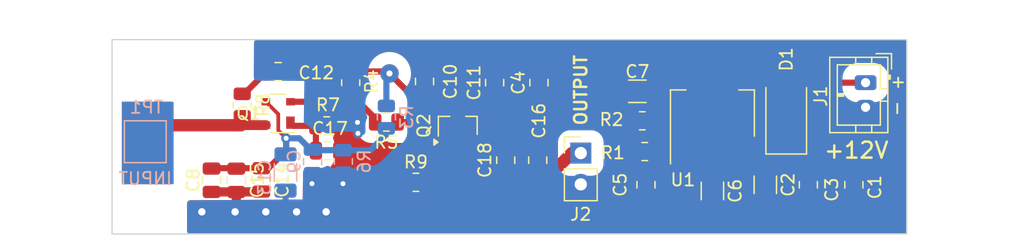
<source format=kicad_pcb>
(kicad_pcb (version 20241229) (generator "pcbnew") (generator_version "9.0")
  (layers (0 "F.Cu" signal) (2 "B.Cu" signal) (13 "F.Paste" user) (15 "B.Paste" user) (5 "F.SilkS" user "F.Silkscreen") (7 "B.SilkS" user "B.Silkscreen") (1 "F.Mask" user) (3 "B.Mask" user) (25 "Edge.Cuts" user))
  (net 0 "")
  (net 1 "GND")
  (net 2 "+12V")
  (net 3 "+8V")
  (net 4 "+10V")
  (net 5 "Net-(U1-ADJ)")
  (net 6 "Net-(Q1-G1)")
  (net 7 "Net-(J2-Pin_1)")
  (net 8 "Net-(Q2-E)")
  (net 9 "Net-(Q1-S)")
  (net 10 "Net-(Q1-D)")
  (net 11 "Net-(Q1-G2)")
  (net 12 "Net-(Q2-B)")
  (footprint "Capacitor_SMD:C_1206_3216Metric" (layer "F.Cu") (at 98.6 95.8 180)
    (property "Reference" "C7" (at 0 1.6 0) (layer "F.SilkS"))
    (property "Value" "22u")
    (fp_line (start -0.711252 0.91) (end 0.711252 0.91) (stroke (width 0.12)) (layer "F.SilkS"))
    (fp_line (start -0.711252 -0.91) (end 0.711252 -0.91) (stroke (width 0.12)) (layer "F.SilkS"))
    (pad "1" smd roundrect (at -1.475 0 180) (size 1.15 1.8) (layers "F.Cu" "F.Mask" "F.Paste") (roundrect_rratio 0.2173913043) (net 5 "Net-(U1-ADJ)"))
    (pad "2" smd roundrect (at 1.475 0 180) (size 1.15 1.8) (layers "F.Cu" "F.Mask" "F.Paste") (roundrect_rratio 0.2173913043) (net 1 "GND"))
  )
  (footprint "Resistor_SMD:R_0805_2012Metric" (layer "F.Cu") (at 78.2 98.3 180)
    (property "Reference" "R5" (at 0 -1.65 0) (layer "F.SilkS"))
    (property "Value" "22")
    (fp_line (start -0.227064 0.735) (end 0.227064 0.735) (stroke (width 0.12)) (layer "F.SilkS"))
    (fp_line (start -0.227064 -0.735) (end 0.227064 -0.735) (stroke (width 0.12)) (layer "F.SilkS"))
    (pad "1" smd roundrect (at -0.9125 0 180) (size 1.025 1.4) (layers "F.Cu" "F.Mask" "F.Paste") (roundrect_rratio 0.243902439) (net 12 "Net-(Q2-B)"))
    (pad "2" smd roundrect (at 0.9125 0 180) (size 1.025 1.4) (layers "F.Cu" "F.Mask" "F.Paste") (roundrect_rratio 0.243902439) (net 10 "Net-(Q1-D)"))
  )
  (footprint "Capacitor_SMD:C_0805_2012Metric" (layer "F.Cu") (at 87 95.1 90)
    (property "Reference" "C11" (at 0 -1.68 90) (layer "F.SilkS"))
    (property "Value" "100n")
    (fp_line (start -0.261252 -0.735) (end 0.261252 -0.735) (stroke (width 0.12)) (layer "F.SilkS"))
    (fp_line (start -0.261252 0.735) (end 0.261252 0.735) (stroke (width 0.12)) (layer "F.SilkS"))
    (pad "1" smd roundrect (at -0.95 0 90) (size 1 1.45) (layers "F.Cu" "F.Mask" "F.Paste") (net 3 "+8V"))
    (pad "2" smd roundrect (at 0.95 0 90) (size 1 1.45) (layers "F.Cu" "F.Mask" "F.Paste") (net 1 "GND"))
  )
  (footprint "Package_TO_SOT_SMD:SOT-223-3_TabPin2" (layer "F.Cu") (at 104.7 97.6 90)
    (property "Reference" "U1" (at -5.4 -2.4 0) (layer "F.SilkS"))
    (property "Value" "AMS1117")
    (fp_line (start 1.91 -3.41) (end 1.91 -2.15) (stroke (width 0.12)) (layer "F.SilkS"))
    (fp_line (start -4.1 -3.41) (end 1.91 -3.41) (stroke (width 0.12)) (layer "F.SilkS"))
    (fp_line (start 1.91 3.41) (end 1.91 2.15) (stroke (width 0.12)) (layer "F.SilkS"))
    (fp_line (start -1.85 3.41) (end 1.91 3.41) (stroke (width 0.12)) (layer "F.SilkS"))
    (pad "1" smd rect (at -3.15 -2.3 90) (size 2 1.5) (layers "F.Cu" "F.Mask" "F.Paste") (net 5 "Net-(U1-ADJ)"))
    (pad "2" smd rect (at -3.15 0 90) (size 2 1.5) (layers "F.Cu" "F.Mask" "F.Paste") (net 3 "+8V"))
    (pad "2" smd rect (at 3.15 0 90) (size 2 3.8) (layers "F.Cu" "F.Mask" "F.Paste") (net 3 "+8V"))
    (pad "3" smd rect (at -3.15 2.3 90) (size 2 1.5) (layers "F.Cu" "F.Mask" "F.Paste") (net 4 "+10V"))
  )
  (footprint "Capacitor_SMD:C_0805_2012Metric" (layer "F.Cu") (at 73.42 100.63)
    (property "Reference" "C17" (at 0.2 -1.8 0) (layer "F.SilkS"))
    (property "Value" "10n")
    (fp_line (start -0.261252 -0.735) (end 0.261252 -0.735) (stroke (width 0.12)) (layer "F.SilkS"))
    (fp_line (start -0.261252 0.735) (end 0.261252 0.735) (stroke (width 0.12)) (layer "F.SilkS"))
    (pad "1" smd roundrect (at -0.95 0) (size 1 1.45) (layers "F.Cu" "F.Mask" "F.Paste") (net 9 "Net-(Q1-S)"))
    (pad "2" smd roundrect (at 0.95 0) (size 1 1.45) (layers "F.Cu" "F.Mask" "F.Paste") (net 1 "GND"))
  )
  (footprint "Capacitor_SMD:C_0805_2012Metric" (layer "F.Cu") (at 63.99 103.03 -90)
    (property "Reference" "C8" (at 0 1.5 90) (layer "F.SilkS"))
    (property "Value" "10n")
    (fp_line (start -0.261252 0.735) (end 0.261252 0.735) (stroke (width 0.12)) (layer "F.SilkS"))
    (fp_line (start -0.261252 -0.735) (end 0.261252 -0.735) (stroke (width 0.12)) (layer "F.SilkS"))
    (pad "1" smd roundrect (at -0.95 0 270) (size 1 1.45) (layers "F.Cu" "F.Mask" "F.Paste") (net 11 "Net-(Q1-G2)"))
    (pad "2" smd roundrect (at 0.95 0 270) (size 1 1.45) (layers "F.Cu" "F.Mask" "F.Paste") (net 1 "GND"))
  )
  (footprint "Resistor_SMD:R_0805_2012Metric" (layer "F.Cu") (at 75.3 95.1 90)
    (property "Reference" "R4" (at 0.1 1.7 90) (layer "F.SilkS"))
    (property "Value" "1k3")
    (fp_line (start -0.227064 -0.735) (end 0.227064 -0.735) (stroke (width 0.12)) (layer "F.SilkS"))
    (fp_line (start -0.227064 0.735) (end 0.227064 0.735) (stroke (width 0.12)) (layer "F.SilkS"))
    (pad "1" smd roundrect (at -0.9125 0 90) (size 1.025 1.4) (layers "F.Cu" "F.Mask" "F.Paste") (roundrect_rratio 0.243902439) (net 10 "Net-(Q1-D)"))
    (pad "2" smd roundrect (at 0.9125 0 90) (size 1.025 1.4) (layers "F.Cu" "F.Mask" "F.Paste") (roundrect_rratio 0.243902439) (net 3 "+8V"))
  )
  (footprint "Package_TO_SOT_SMD:SOT-143" (layer "F.Cu") (at 69.4 97.6 180)
    (property "Reference" "Q1" (at 2.4 0 180) (layer "F.SilkS"))
    (property "Value" "BF994S")
    (fp_line (start 0.65 -1.56) (end -1.35 -1.56) (stroke (width 0.12)) (layer "F.SilkS"))
    (fp_line (start -0.65 1.56) (end 0.65 1.56) (stroke (width 0.12)) (layer "F.SilkS"))
    (pad "1" smd rect (at -1 -0.75 180) (size 0.7 1) (layers "F.Cu" "F.Mask" "F.Paste") (net 9 "Net-(Q1-S)"))
    (pad "2" smd rect (at -1 0.95 180) (size 0.7 0.6) (layers "F.Cu" "F.Mask" "F.Paste") (net 10 "Net-(Q1-D)"))
    (pad "3" smd rect (at 1 0.95 180) (size 0.7 0.6) (layers "F.Cu" "F.Mask" "F.Paste") (net 11 "Net-(Q1-G2)"))
    (pad "4" smd rect (at 1 -0.95 180) (size 0.7 0.6) (layers "F.Cu" "F.Mask" "F.Paste") (net 6 "Net-(Q1-G1)"))
  )
  (footprint "Capacitor_SMD:C_0805_2012Metric" (layer "F.Cu") (at 116.2 103.4 -90)
    (property "Reference" "C1" (at 0.2 -1.7 90) (layer "F.SilkS"))
    (property "Value" "100n")
    (fp_line (start -0.261252 0.735) (end 0.261252 0.735) (stroke (width 0.12)) (layer "F.SilkS"))
    (fp_line (start -0.261252 -0.735) (end 0.261252 -0.735) (stroke (width 0.12)) (layer "F.SilkS"))
    (pad "1" smd roundrect (at -0.95 0 270) (size 1 1.45) (layers "F.Cu" "F.Mask" "F.Paste") (net 2 "+12V"))
    (pad "2" smd roundrect (at 0.95 0 270) (size 1 1.45) (layers "F.Cu" "F.Mask" "F.Paste") (net 1 "GND"))
  )
  (footprint "Capacitor_SMD:C_0805_2012Metric" (layer "F.Cu") (at 87.9 101.4 -90)
    (property "Reference" "C18" (at 0 1.7 270) (layer "F.SilkS"))
    (property "Value" "330n")
    (fp_line (start -0.261252 0.735) (end 0.261252 0.735) (stroke (width 0.12)) (layer "F.SilkS"))
    (fp_line (start -0.261252 -0.735) (end 0.261252 -0.735) (stroke (width 0.12)) (layer "F.SilkS"))
    (pad "1" smd roundrect (at -0.95 0 270) (size 1 1.45) (layers "F.Cu" "F.Mask" "F.Paste") (net 8 "Net-(Q2-E)"))
    (pad "2" smd roundrect (at 0.95 0 270) (size 1 1.45) (layers "F.Cu" "F.Mask" "F.Paste") (net 7 "Net-(J2-Pin_1)"))
  )
  (footprint "Connector_PinHeader_2.54mm:PinHeader_1x02_P2.54mm_Vertical" (layer "F.Cu") (at 94 100.825)
    (property "Reference" "J2" (at 0 4.975 0) (layer "F.SilkS"))
    (property "Value" "Conn_01x02_Female")
    (fp_line (start -1.33 -1.33) (end 0 -1.33) (stroke (width 0.12)) (layer "F.SilkS"))
    (fp_line (start -1.33 0) (end -1.33 -1.33) (stroke (width 0.12)) (layer "F.SilkS"))
    (fp_line (start -1.33 1.27) (end -1.33 3.87) (stroke (width 0.12)) (layer "F.SilkS"))
    (fp_line (start -1.33 1.27) (end 1.33 1.27) (stroke (width 0.12)) (layer "F.SilkS"))
    (fp_line (start -1.33 3.87) (end 1.33 3.87) (stroke (width 0.12)) (layer "F.SilkS"))
    (fp_line (start 1.33 1.27) (end 1.33 3.87) (stroke (width 0.12)) (layer "F.SilkS"))
    (pad "1" thru_hole rect (at 0 0) (size 1.7 1.7) (drill 1) (layers "*.Cu" "*.Mask") (net 7 "Net-(J2-Pin_1)"))
    (pad "2" thru_hole oval (at 0 2.54) (size 1.7 1.7) (drill 1) (layers "*.Cu" "*.Mask") (net 1 "GND"))
  )
  (footprint "Capacitor_SMD:C_0805_2012Metric" (layer "F.Cu") (at 69.4 94.2 180)
    (property "Reference" "C12" (at -3.1 -0.1 0) (layer "F.SilkS"))
    (property "Value" "1n")
    (fp_line (start -0.261252 0.735) (end 0.261252 0.735) (stroke (width 0.12)) (layer "F.SilkS"))
    (fp_line (start -0.261252 -0.735) (end 0.261252 -0.735) (stroke (width 0.12)) (layer "F.SilkS"))
    (pad "1" smd roundrect (at -0.95 0 180) (size 1 1.45) (layers "F.Cu" "F.Mask" "F.Paste") (net 3 "+8V"))
    (pad "2" smd roundrect (at 0.95 0 180) (size 1 1.45) (layers "F.Cu" "F.Mask" "F.Paste") (net 1 "GND"))
  )
  (footprint "Capacitor_SMD:C_0805_2012Metric" (layer "F.Cu") (at 99.3 103.4 -90)
    (property "Reference" "C5" (at 0 2.1 90) (layer "F.SilkS"))
    (property "Value" "100n")
    (fp_line (start -0.261252 0.735) (end 0.261252 0.735) (stroke (width 0.12)) (layer "F.SilkS"))
    (fp_line (start -0.261252 -0.735) (end 0.261252 -0.735) (stroke (width 0.12)) (layer "F.SilkS"))
    (pad "1" smd roundrect (at -0.95 0 270) (size 1 1.45) (layers "F.Cu" "F.Mask" "F.Paste") (net 3 "+8V"))
    (pad "2" smd roundrect (at 0.95 0 270) (size 1 1.45) (layers "F.Cu" "F.Mask" "F.Paste") (net 1 "GND"))
  )
  (footprint "Capacitor_SMD:C_1206_3216Metric" (layer "F.Cu") (at 109 103.4 -90)
    (property "Reference" "C2" (at 0 -1.85 270) (layer "F.SilkS"))
    (property "Value" "1u")
    (fp_line (start -0.711252 0.91) (end 0.711252 0.91) (stroke (width 0.12)) (layer "F.SilkS"))
    (fp_line (start -0.711252 -0.91) (end 0.711252 -0.91) (stroke (width 0.12)) (layer "F.SilkS"))
    (pad "1" smd roundrect (at -1.475 0 270) (size 1.15 1.8) (layers "F.Cu" "F.Mask" "F.Paste") (roundrect_rratio 0.2173913043) (net 4 "+10V"))
    (pad "2" smd roundrect (at 1.475 0 270) (size 1.15 1.8) (layers "F.Cu" "F.Mask" "F.Paste") (roundrect_rratio 0.2173913043) (net 1 "GND"))
  )
  (footprint "Connector_JST:JST_PH_B2B-PH-K_1x02_P2.00mm_Vertical" (layer "F.Cu") (at 117.15 95.1 -90)
    (property "Reference" "J1" (at 1.1 3.65 90) (layer "F.SilkS"))
    (property "Value" "Conn_01x02_Female")
    (fp_line (start -2.06 2.91) (end 4.06 2.91) (stroke (width 0.12)) (layer "F.SilkS"))
    (fp_line (start 4.06 2.91) (end 4.06 -1.81) (stroke (width 0.12)) (layer "F.SilkS"))
    (fp_line (start -1.45 2.3) (end 3.45 2.3) (stroke (width 0.12)) (layer "F.SilkS"))
    (fp_line (start 0.9 2.3) (end 0.9 1.8) (stroke (width 0.12)) (layer "F.SilkS"))
    (fp_line (start 1 2.3) (end 1 1.8) (stroke (width 0.12)) (layer "F.SilkS"))
    (fp_line (start 3.45 2.3) (end 3.45 -1.2) (stroke (width 0.12)) (layer "F.SilkS"))
    (fp_line (start 0.9 1.8) (end 1.1 1.8) (stroke (width 0.12)) (layer "F.SilkS"))
    (fp_line (start 1.1 1.8) (end 1.1 2.3) (stroke (width 0.12)) (layer "F.SilkS"))
    (fp_line (start -2.06 0.8) (end -1.45 0.8) (stroke (width 0.12)) (layer "F.SilkS"))
    (fp_line (start 4.06 0.8) (end 3.45 0.8) (stroke (width 0.12)) (layer "F.SilkS"))
    (fp_line (start -2.06 -0.5) (end -1.45 -0.5) (stroke (width 0.12)) (layer "F.SilkS"))
    (fp_line (start 4.06 -0.5) (end 3.45 -0.5) (stroke (width 0.12)) (layer "F.SilkS"))
    (fp_line (start -1.45 -1.2) (end -1.45 2.3) (stroke (width 0.12)) (layer "F.SilkS"))
    (fp_line (start 0.5 -1.2) (end -1.45 -1.2) (stroke (width 0.12)) (layer "F.SilkS"))
    (fp_line (start 1.5 -1.2) (end 1.5 -1.81) (stroke (width 0.12)) (layer "F.SilkS"))
    (fp_line (start 3.45 -1.2) (end 1.5 -1.2) (stroke (width 0.12)) (layer "F.SilkS"))
    (fp_line (start -2.06 -1.81) (end -2.06 2.91) (stroke (width 0.12)) (layer "F.SilkS"))
    (fp_line (start -0.3 -1.81) (end -0.3 -2.01) (stroke (width 0.12)) (layer "F.SilkS"))
    (fp_line (start 0.5 -1.81) (end 0.5 -1.2) (stroke (width 0.12)) (layer "F.SilkS"))
    (fp_line (start 4.06 -1.81) (end -2.06 -1.81) (stroke (width 0.12)) (layer "F.SilkS"))
    (fp_line (start -0.3 -1.91) (end -0.6 -1.91) (stroke (width 0.12)) (layer "F.SilkS"))
    (fp_line (start -0.6 -2.01) (end -0.6 -1.81) (stroke (width 0.12)) (layer "F.SilkS"))
    (fp_line (start -0.3 -2.01) (end -0.6 -2.01) (stroke (width 0.12)) (layer "F.SilkS"))
    (fp_line (start -2.36 -2.11) (end -2.36 -0.86) (stroke (width 0.12)) (layer "F.SilkS"))
    (fp_line (start -1.11 -2.11) (end -2.36 -2.11) (stroke (width 0.12)) (layer "F.SilkS"))
    (pad "1" thru_hole roundrect (at 0 0 270) (size 1.2 1.75) (drill 0.75) (layers "*.Cu" "*.Mask") (roundrect_rratio 0.2083333333) (net 2 "+12V"))
    (pad "2" thru_hole oval (at 2 0 270) (size 1.2 1.75) (drill 0.75) (layers "*.Cu" "*.Mask") (net 1 "GND"))
  )
  (footprint "Capacitor_SMD:C_0805_2012Metric" (layer "F.Cu") (at 81.3 95 90)
    (property "Reference" "C10" (at 0 2.1 90) (layer "F.SilkS"))
    (property "Value" "1n")
    (fp_line (start -0.261252 -0.735) (end 0.261252 -0.735) (stroke (width 0.12)) (layer "F.SilkS"))
    (fp_line (start -0.261252 0.735) (end 0.261252 0.735) (stroke (width 0.12)) (layer "F.SilkS"))
    (pad "1" smd roundrect (at -0.95 0 90) (size 1 1.45) (layers "F.Cu" "F.Mask" "F.Paste") (net 3 "+8V"))
    (pad "2" smd roundrect (at 0.95 0 90) (size 1 1.45) (layers "F.Cu" "F.Mask" "F.Paste") (net 1 "GND"))
  )
  (footprint "Resistor_SMD:R_0805_2012Metric" (layer "F.Cu") (at 99 98.2 180)
    (property "Reference" "R2" (at 2.5 0.1 0) (layer "F.SilkS"))
    (property "Value" "1k3")
    (fp_line (start -0.227064 0.735) (end 0.227064 0.735) (stroke (width 0.12)) (layer "F.SilkS"))
    (fp_line (start -0.227064 -0.735) (end 0.227064 -0.735) (stroke (width 0.12)) (layer "F.SilkS"))
    (pad "1" smd roundrect (at -0.9125 0 180) (size 1.025 1.4) (layers "F.Cu" "F.Mask" "F.Paste") (roundrect_rratio 0.243902439) (net 5 "Net-(U1-ADJ)"))
    (pad "2" smd roundrect (at 0.9125 0 180) (size 1.025 1.4) (layers "F.Cu" "F.Mask" "F.Paste") (roundrect_rratio 0.243902439) (net 1 "GND"))
  )
  (footprint "Capacitor_SMD:C_0805_2012Metric" (layer "F.Cu") (at 90.6 95.1 90)
    (property "Reference" "C4" (at 0 -1.68 90) (layer "F.SilkS"))
    (property "Value" "4.7u")
    (fp_line (start -0.261252 -0.735) (end 0.261252 -0.735) (stroke (width 0.12)) (layer "F.SilkS"))
    (fp_line (start -0.261252 0.735) (end 0.261252 0.735) (stroke (width 0.12)) (layer "F.SilkS"))
    (pad "1" smd roundrect (at -0.95 0 90) (size 1 1.45) (layers "F.Cu" "F.Mask" "F.Paste") (net 3 "+8V"))
    (pad "2" smd roundrect (at 0.95 0 90) (size 1 1.45) (layers "F.Cu" "F.Mask" "F.Paste") (net 1 "GND"))
  )
  (footprint "Resistor_SMD:R_0805_2012Metric" (layer "F.Cu") (at 66.48 96.92 -90)
    (property "Reference" "R8" (at 0 -1.7 90) (layer "F.SilkS"))
    (property "Value" "10M")
    (fp_line (start -0.227064 0.735) (end 0.227064 0.735) (stroke (width 0.12)) (layer "F.SilkS"))
    (fp_line (start -0.227064 -0.735) (end 0.227064 -0.735) (stroke (width 0.12)) (layer "F.SilkS"))
    (pad "1" smd roundrect (at -0.9125 0 270) (size 1.025 1.4) (layers "F.Cu" "F.Mask" "F.Paste") (roundrect_rratio 0.243902439) (net 1 "GND"))
    (pad "2" smd roundrect (at 0.9125 0 270) (size 1.025 1.4) (layers "F.Cu" "F.Mask" "F.Paste") (roundrect_rratio 0.243902439) (net 6 "Net-(Q1-G1)"))
  )
  (footprint "Resistor_SMD:R_0805_2012Metric" (layer "F.Cu") (at 80.6 103.2)
    (property "Reference" "R9" (at 0 -1.65 0) (layer "F.SilkS"))
    (property "Value" "160")
    (fp_line (start -0.227064 -0.735) (end 0.227064 -0.735) (stroke (width 0.12)) (layer "F.SilkS"))
    (fp_line (start -0.227064 0.735) (end 0.227064 0.735) (stroke (width 0.12)) (layer "F.SilkS"))
    (pad "1" smd roundrect (at -0.9125 0) (size 1.025 1.4) (layers "F.Cu" "F.Mask" "F.Paste") (roundrect_rratio 0.243902439) (net 1 "GND"))
    (pad "2" smd roundrect (at 0.9125 0) (size 1.025 1.4) (layers "F.Cu" "F.Mask" "F.Paste") (roundrect_rratio 0.243902439) (net 8 "Net-(Q2-E)"))
  )
  (footprint "Resistor_SMD:R_0805_2012Metric" (layer "F.Cu") (at 99.2 100.7)
    (property "Reference" "R1" (at -2.6 0.1 0) (layer "F.SilkS"))
    (property "Value" "240")
    (fp_line (start -0.227064 -0.735) (end 0.227064 -0.735) (stroke (width 0.12)) (layer "F.SilkS"))
    (fp_line (start -0.227064 0.735) (end 0.227064 0.735) (stroke (width 0.12)) (layer "F.SilkS"))
    (pad "1" smd roundrect (at -0.9125 0) (size 1.025 1.4) (layers "F.Cu" "F.Mask" "F.Paste") (roundrect_rratio 0.243902439) (net 3 "+8V"))
    (pad "2" smd roundrect (at 0.9125 0) (size 1.025 1.4) (layers "F.Cu" "F.Mask" "F.Paste") (roundrect_rratio 0.243902439) (net 5 "Net-(U1-ADJ)"))
  )
  (footprint "Capacitor_SMD:C_0805_2012Metric" (layer "F.Cu") (at 90.5 101.4 -90)
    (property "Reference" "C16" (at -3.2 -0.1 90) (layer "F.SilkS"))
    (property "Value" "1n")
    (fp_line (start -0.261252 0.735) (end 0.261252 0.735) (stroke (width 0.12)) (layer "F.SilkS"))
    (fp_line (start -0.261252 -0.735) (end 0.261252 -0.735) (stroke (width 0.12)) (layer "F.SilkS"))
    (pad "1" smd roundrect (at -0.95 0 270) (size 1 1.45) (layers "F.Cu" "F.Mask" "F.Paste") (net 8 "Net-(Q2-E)"))
    (pad "2" smd roundrect (at 0.95 0 270) (size 1 1.45) (layers "F.Cu" "F.Mask" "F.Paste") (net 7 "Net-(J2-Pin_1)"))
  )
  (footprint "Capacitor_SMD:C_0805_2012Metric" (layer "F.Cu") (at 68.03 103 -90)
    (property "Reference" "C14" (at 0 -1.7 90) (layer "F.SilkS"))
    (property "Value" "10n")
    (fp_line (start -0.261252 0.735) (end 0.261252 0.735) (stroke (width 0.12)) (layer "F.SilkS"))
    (fp_line (start -0.261252 -0.735) (end 0.261252 -0.735) (stroke (width 0.12)) (layer "F.SilkS"))
    (pad "1" smd roundrect (at -0.95 0 270) (size 1 1.45) (layers "F.Cu" "F.Mask" "F.Paste") (net 11 "Net-(Q1-G2)"))
    (pad "2" smd roundrect (at 0.95 0 270) (size 1 1.45) (layers "F.Cu" "F.Mask" "F.Paste") (net 1 "GND"))
  )
  (footprint "Resistor_SMD:R_0805_2012Metric" (layer "F.Cu") (at 73.35 98.61 180)
    (property "Reference" "R7" (at -0.1 1.7 0) (layer "F.SilkS"))
    (property "Value" "51")
    (fp_line (start -0.227064 0.735) (end 0.227064 0.735) (stroke (width 0.12)) (layer "F.SilkS"))
    (fp_line (start -0.227064 -0.735) (end 0.227064 -0.735) (stroke (width 0.12)) (layer "F.SilkS"))
    (pad "1" smd roundrect (at -0.9125 0 180) (size 1.025 1.4) (layers "F.Cu" "F.Mask" "F.Paste") (roundrect_rratio 0.243902439) (net 1 "GND"))
    (pad "2" smd roundrect (at 0.9125 0 180) (size 1.025 1.4) (layers "F.Cu" "F.Mask" "F.Paste") (roundrect_rratio 0.243902439) (net 9 "Net-(Q1-S)"))
  )
  (footprint "Capacitor_SMD:C_1206_3216Metric" (layer "F.Cu") (at 104.7 103.9 -90)
    (property "Reference" "C6" (at 0 -1.85 270) (layer "F.SilkS"))
    (property "Value" "22u")
    (fp_line (start -0.711252 0.91) (end 0.711252 0.91) (stroke (width 0.12)) (layer "F.SilkS"))
    (fp_line (start -0.711252 -0.91) (end 0.711252 -0.91) (stroke (width 0.12)) (layer "F.SilkS"))
    (pad "1" smd roundrect (at -1.475 0 270) (size 1.15 1.8) (layers "F.Cu" "F.Mask" "F.Paste") (roundrect_rratio 0.2173913043) (net 3 "+8V"))
    (pad "2" smd roundrect (at 1.475 0 270) (size 1.15 1.8) (layers "F.Cu" "F.Mask" "F.Paste") (roundrect_rratio 0.2173913043) (net 1 "GND"))
  )
  (footprint "Capacitor_SMD:C_0805_2012Metric" (layer "F.Cu") (at 66 103.04 -90)
    (property "Reference" "C15" (at 0 -1.7 90) (layer "F.SilkS"))
    (property "Value" "1n")
    (fp_line (start -0.261252 0.735) (end 0.261252 0.735) (stroke (width 0.12)) (layer "F.SilkS"))
    (fp_line (start -0.261252 -0.735) (end 0.261252 -0.735) (stroke (width 0.12)) (layer "F.SilkS"))
    (pad "1" smd roundrect (at -0.95 0 270) (size 1 1.45) (layers "F.Cu" "F.Mask" "F.Paste") (net 11 "Net-(Q1-G2)"))
    (pad "2" smd roundrect (at 0.95 0 270) (size 1 1.45) (layers "F.Cu" "F.Mask" "F.Paste") (net 1 "GND"))
  )
  (footprint "Capacitor_SMD:C_0805_2012Metric" (layer "F.Cu") (at 112.5 103.4 -90)
    (property "Reference" "C3" (at 0.4 -1.9 90) (layer "F.SilkS"))
    (property "Value" "100n")
    (fp_line (start -0.261252 0.735) (end 0.261252 0.735) (stroke (width 0.12)) (layer "F.SilkS"))
    (fp_line (start -0.261252 -0.735) (end 0.261252 -0.735) (stroke (width 0.12)) (layer "F.SilkS"))
    (pad "1" smd roundrect (at -0.95 0 270) (size 1 1.45) (layers "F.Cu" "F.Mask" "F.Paste") (net 4 "+10V"))
    (pad "2" smd roundrect (at 0.95 0 270) (size 1 1.45) (layers "F.Cu" "F.Mask" "F.Paste") (net 1 "GND"))
  )
  (footprint "Package_TO_SOT_SMD:SOT-23_Handsoldering" (layer "F.Cu") (at 84 98.6 90)
    (property "Reference" "Q2" (at 0 -2.75 90) (layer "F.SilkS"))
    (property "Value" "BFR93A")
    (fp_line (start 0.76 -1.58) (end 0.76 -0.65) (stroke (width 0.12)) (layer "F.SilkS"))
    (fp_line (start -0.04 -1.58) (end 0.76 -1.58) (stroke (width 0.12)) (layer "F.SilkS"))
    (fp_line (start -0.04 -1.58) (end -0.84 -1.58) (stroke (width 0.12)) (layer "F.SilkS"))
    (fp_line (start 0.76 1.58) (end 0.76 0.65) (stroke (width 0.12)) (layer "F.SilkS"))
    (fp_line (start 0.76 1.58) (end -0.7 1.58) (stroke (width 0.12)) (layer "F.SilkS"))
    (fp_poly (pts (xy -1.34 -1.61) (xy -1.58 -1.94) (xy -1.1 -1.94) (xy -1.34 -1.61)) (stroke (width 0.12)) (fill yes) (layer "F.SilkS"))
    (pad "1" smd roundrect (at -1.5 -0.95 90) (size 1.9 0.8) (layers "F.Cu" "F.Mask" "F.Paste") (net 12 "Net-(Q2-B)"))
    (pad "2" smd roundrect (at -1.5 0.95 90) (size 1.9 0.8) (layers "F.Cu" "F.Mask" "F.Paste") (net 8 "Net-(Q2-E)"))
    (pad "3" smd roundrect (at 1.5 0 90) (size 1.9 0.8) (layers "F.Cu" "F.Mask" "F.Paste") (net 3 "+8V"))
  )
  (footprint "Diode_SMD:D_SMA" (layer "F.Cu") (at 110.7 97.5 90)
    (property "Reference" "D1" (at 4.3 0 90) (layer "F.SilkS"))
    (property "Value" "US1M")
    (fp_line (start -3.4 -1.65) (end 2 -1.65) (stroke (width 0.12)) (layer "F.SilkS"))
    (fp_line (start -3.4 -1.65) (end -3.4 1.65) (stroke (width 0.12)) (layer "F.SilkS"))
    (fp_line (start -3.4 1.65) (end 2 1.65) (stroke (width 0.12)) (layer "F.SilkS"))
    (pad "1" smd rect (at -2 0 90) (size 2.5 1.8) (layers "F.Cu" "F.Mask" "F.Paste") (net 4 "+10V"))
    (pad "2" smd rect (at 2 0 90) (size 2.5 1.8) (layers "F.Cu" "F.Mask" "F.Paste") (net 2 "+12V"))
  )
  (footprint "TestPoint:TestPoint_Pad_3.0x3.0mm" (layer "B.Cu") (at 58.6 99.9 180)
    (property "Reference" "TP1" (at -0.1 2.8 0) (layer "B.SilkS") (effects (justify mirror)))
    (property "Value" "TestPoint_Probe")
    (fp_line (start 1.7 1.7) (end 1.7 -1.7) (stroke (width 0.12)) (layer "B.SilkS"))
    (fp_line (start 1.7 -1.7) (end -1.7 -1.7) (stroke (width 0.12)) (layer "B.SilkS"))
    (fp_line (start -1.7 1.7) (end 1.7 1.7) (stroke (width 0.12)) (layer "B.SilkS"))
    (fp_line (start -1.7 -1.7) (end -1.7 1.7) (stroke (width 0.12)) (layer "B.SilkS"))
    (pad "1" smd rect (at 0 0 180) (size 3 3) (layers "B.Cu" "B.Mask") (net 6 "Net-(Q1-G1)"))
  )
  (footprint "Resistor_SMD:R_0805_2012Metric" (layer "B.Cu") (at 78.2 97.9 90)
    (property "Reference" "R3" (at 0 1.65 90) (layer "B.SilkS") (effects (justify mirror)))
    (property "Value" "10k")
    (fp_line (start -0.227064 -0.735) (end 0.227064 -0.735) (stroke (width 0.12)) (layer "B.SilkS"))
    (fp_line (start -0.227064 0.735) (end 0.227064 0.735) (stroke (width 0.12)) (layer "B.SilkS"))
    (pad "1" smd roundrect (at -0.9125 0 90) (size 1.025 1.4) (layers "B.Cu" "B.Mask" "B.Paste") (roundrect_rratio 0.243902439) (net 11 "Net-(Q1-G2)"))
    (pad "2" smd roundrect (at 0.9125 0 90) (size 1.025 1.4) (layers "B.Cu" "B.Mask" "B.Paste") (roundrect_rratio 0.243902439) (net 3 "+8V"))
  )
  (footprint "Resistor_SMD:R_0805_2012Metric" (layer "B.Cu") (at 74.7 101.5 90)
    (property "Reference" "R6" (at 0 1.7 90) (layer "B.SilkS") (effects (justify mirror)))
    (property "Value" "10k")
    (fp_line (start -0.227064 -0.735) (end 0.227064 -0.735) (stroke (width 0.12)) (layer "B.SilkS"))
    (fp_line (start -0.227064 0.735) (end 0.227064 0.735) (stroke (width 0.12)) (layer "B.SilkS"))
    (pad "1" smd roundrect (at -0.9125 0 90) (size 1.025 1.4) (layers "B.Cu" "B.Mask" "B.Paste") (roundrect_rratio 0.243902439) (net 1 "GND"))
    (pad "2" smd roundrect (at 0.9125 0 90) (size 1.025 1.4) (layers "B.Cu" "B.Mask" "B.Paste") (roundrect_rratio 0.243902439) (net 11 "Net-(Q1-G2)"))
  )
  (footprint "Capacitor_SMD:C_0805_2012Metric" (layer "B.Cu") (at 72.2 101.5 -90)
    (property "Reference" "C9" (at 0 1.5 90) (layer "B.SilkS") (effects (justify mirror)))
    (property "Value" "1n")
    (fp_line (start -0.261252 0.735) (end 0.261252 0.735) (stroke (width 0.12)) (layer "B.SilkS"))
    (fp_line (start -0.261252 -0.735) (end 0.261252 -0.735) (stroke (width 0.12)) (layer "B.SilkS"))
    (pad "1" smd roundrect (at -0.95 0 270) (size 1 1.45) (layers "B.Cu" "B.Mask" "B.Paste") (net 11 "Net-(Q1-G2)"))
    (pad "2" smd roundrect (at 0.95 0 270) (size 1 1.45) (layers "B.Cu" "B.Mask" "B.Paste") (net 1 "GND"))
  )
  (footprint "Capacitor_SMD:C_1206_3216Metric" (layer "B.Cu") (at 70 102.4 -90)
    (property "Reference" "C13" (at 0.4 1.7 90) (layer "B.SilkS") (effects (justify mirror)))
    (property "Value" "10u")
    (fp_line (start -0.711252 0.91) (end 0.711252 0.91) (stroke (width 0.12)) (layer "B.SilkS"))
    (fp_line (start -0.711252 -0.91) (end 0.711252 -0.91) (stroke (width 0.12)) (layer "B.SilkS"))
    (pad "1" smd roundrect (at -1.475 0 270) (size 1.15 1.8) (layers "B.Cu" "B.Mask" "B.Paste") (roundrect_rratio 0.2173913043) (net 11 "Net-(Q1-G2)"))
    (pad "2" smd roundrect (at 1.475 0 270) (size 1.15 1.8) (layers "B.Cu" "B.Mask" "B.Paste") (roundrect_rratio 0.2173913043) (net 1 "GND"))
  )
  (gr_rect (start 56.8 96.75) (end 60.8 103.25) (stroke (width 0.2)) (fill yes) (layer "F.Cu") (net 6))
  (gr_rect (start 56.8 96.75) (end 60.8 103.25) (stroke (width 0.2)) (fill yes) (layer "B.Cu") (net 6))
  (gr_rect (start 55.9 91.6) (end 120.5 107.4) (stroke (width 0.1)) (fill no) (layer "Edge.Cuts"))
  (gr_text "-" (at 119.8 97.2 -90) (layer "F.SilkS") (effects (font (size 1 1))))
  (gr_text "+" (at 119.8 95 0) (layer "F.SilkS") (effects (font (size 1 1))))
  (gr_text "+12V" (at 116.4 100.6 0) (layer "F.SilkS") (effects (font (size 1.3 1.3) (thickness 0.2))))
  (gr_text "OUTPUT" (at 94 95.7 90) (layer "F.SilkS") (effects (font (size 1 1) (thickness 0.2))))
  (gr_text "INPUT" (at 58.6 102.9 0) (layer "B.SilkS") (effects (font (size 1 1)) (justify mirror)))
  (segment (start 68 103.98) (end 68.03 103.95) (width 0.75) (layer "F.Cu") (net 1))
  (segment (start 66.48 96.0075) (end 66.6425 96.0075) (width 0.5) (layer "F.Cu") (net 1))
  (segment (start 66.6425 96.0075) (end 68.45 94.2) (width 0.5) (layer "F.Cu") (net 1))
  (segment (start 98.0875 96.7625) (end 97.325 96) (width 0.5) (layer "F.Cu") (net 1))
  (segment (start 63.99 103.98) (end 68 103.98) (width 0.75) (layer "F.Cu") (net 1))
  (segment (start 71.3 105.2) (end 70.9 105.6) (width 0.5) (layer "F.Cu") (net 1))
  (segment (start 98.0875 98.2) (end 98.0875 96.7625) (width 0.5) (layer "F.Cu") (net 1))
  (segment (start 66 103.99) (end 66 105.5) (width 0.75) (layer "F.Cu") (net 1))
  (segment (start 66 105.5) (end 65.9 105.6) (width 0.75) (layer "F.Cu") (net 1))
  (segment (start 117.15 97.1) (end 117.15 97.15) (width 0.5) (layer "F.Cu") (net 1))
  (segment (start 68.03 105.23) (end 68.4 105.6) (width 0.75) (layer "F.Cu") (net 1))
  (via (at 75.89 99.22) (size 0.8) (drill 0.4) (layers "F.Cu" "B.Cu") (net 1))
  (via (at 65.9 105.6) (size 1.8) (drill 0.6) (layers "F.Cu" "B.Cu") (net 1))
  (via (at 63.2 105.6) (size 1.8) (drill 0.6) (layers "F.Cu" "B.Cu") (net 1))
  (via (at 72.15 103.31) (size 0.8) (drill 0.4) (layers "F.Cu" "B.Cu") (net 1))
  (via (at 73.3 105.6) (size 1.8) (drill 0.6) (layers "F.Cu" "B.Cu") (net 1))
  (via (at 68.4 105.6) (size 1.8) (drill 0.6) (layers "F.Cu" "B.Cu") (net 1))
  (via (at 70.9 105.6) (size 1.8) (drill 0.6) (layers "F.Cu" "B.Cu") (net 1))
  (via (at 74.67 103.31) (size 0.8) (drill 0.4) (layers "F.Cu" "B.Cu") (net 1))
  (via (at 75.85 98.33) (size 0.8) (drill 0.4) (layers "F.Cu" "B.Cu") (net 1))
  (segment (start 70.3 105.6) (end 70.9 105.6) (width 0.5) (layer "B.Cu") (net 1))
  (segment (start 70 103.875) (end 70 105.1) (width 0.5) (layer "B.Cu") (net 1))
  (segment (start 115.85 102.45) (end 113.4 100) (width 0.5) (layer "F.Cu") (net 2))
  (segment (start 111.1 95.1) (end 110.7 95.5) (width 0.5) (layer "F.Cu") (net 2))
  (segment (start 116.2 102.45) (end 115.85 102.45) (width 0.5) (layer "F.Cu") (net 2))
  (segment (start 114.9 95.1) (end 111.1 95.1) (width 0.5) (layer "F.Cu") (net 2))
  (segment (start 117.15 95.1) (end 114.9 95.1) (width 0.5) (layer "F.Cu") (net 2))
  (segment (start 113.4 100) (end 113.4 95.3) (width 0.5) (layer "F.Cu") (net 2))
  (segment (start 98.85 102.5) (end 98.2875 101.9375) (width 0.5) (layer "F.Cu") (net 3))
  (segment (start 80.05 95.95) (end 78.45 94.35) (width 0.5) (layer "F.Cu") (net 3))
  (segment (start 81.55 96.2) (end 81.3 95.95) (width 0.5) (layer "F.Cu") (net 3))
  (segment (start 93.7 96.2) (end 93.6 96.2) (width 0.5) (layer "F.Cu") (net 3))
  (segment (start 104.7 102.525) (end 104.7 100.25) (width 0.5) (layer "F.Cu") (net 3))
  (segment (start 84 97.6) (end 84 96.2) (width 0.5) (layer "F.Cu") (net 3))
  (segment (start 98.2875 101.9375) (end 98.2875 100.7875) (width 0.5) (layer "F.Cu") (net 3))
  (segment (start 84 96.2) (end 81.55 96.2) (width 0.5) (layer "F.Cu") (net 3))
  (segment (start 78.2875 94.1875) (end 78.45 94.35) (width 0.5) (layer "F.Cu") (net 3))
  (segment (start 81.3 95.95) (end 80.05 95.95) (width 0.5) (layer "F.Cu") (net 3))
  (segment (start 104.7 102.525) (end 104.675 102.5) (width 0.5) (layer "F.Cu") (net 3))
  (segment (start 104.675 102.5) (end 98.85 102.5) (width 0.5) (layer "F.Cu") (net 3))
  (segment (start 70.6375 94.1875) (end 78.2875 94.1875) (width 0.5) (layer "F.Cu") (net 3))
  (segment (start 98.2875 100.7875) (end 93.7 96.2) (width 0.5) (layer "F.Cu") (net 3))
  (segment (start 93.7 96.2) (end 84 96.2) (width 0.5) (layer "F.Cu") (net 3))
  (via (at 78.45 94.35) (size 1.5) (drill 0.5) (layers "F.Cu" "B.Cu") (net 3))
  (segment (start 78.2 94.6) (end 78.45 94.35) (width 0.5) (layer "B.Cu") (net 3))
  (segment (start 78.2 96.9875) (end 78.2 94.6) (width 0.5) (layer "B.Cu") (net 3))
  (segment (start 111.975 101.925) (end 109 101.925) (width 0.5) (layer "F.Cu") (net 4))
  (segment (start 107 100.25) (end 107 100.7) (width 0.5) (layer "F.Cu") (net 4))
  (segment (start 110.7 99.5) (end 110.7 101.9) (width 0.5) (layer "F.Cu") (net 4))
  (segment (start 112.5 102.45) (end 111.975 101.925) (width 0.5) (layer "F.Cu") (net 4))
  (segment (start 108.225 101.925) (end 109 101.925) (width 0.5) (layer "F.Cu") (net 4))
  (segment (start 107 100.7) (end 108.225 101.925) (width 0.5) (layer "F.Cu") (net 4))
  (segment (start 100.1125 100.7) (end 102.35 100.7) (width 0.5) (layer "F.Cu") (net 5))
  (segment (start 100.075 100.6625) (end 100.1125 100.7) (width 0.5) (layer "F.Cu") (net 5))
  (segment (start 100.075 95.8) (end 100.075 100.6625) (width 0.5) (layer "F.Cu") (net 5))
  (segment (start 102.35 100.7) (end 102.4 100.75) (width 0.5) (layer "F.Cu") (net 5))
  (segment (start 59.89 98.56) (end 66.38 98.56) (width 1) (layer "F.Cu") (net 6))
  (segment (start 66.39 98.55) (end 68.4 98.55) (width 0.8) (layer "F.Cu") (net 6))
  (segment (start 58.3 97.8) (end 58.3 99.9) (width 0.5) (layer "F.Cu") (net 6))
  (segment (start 58.55 99.9) (end 59.89 98.56) (width 1) (layer "F.Cu") (net 6))
  (segment (start 66.38 98.56) (end 66.39 98.55) (width 1) (layer "F.Cu") (net 6))
  (segment (start 88.275 102.4) (end 90.45 102.4) (width 0.5) (layer "F.Cu") (net 7))
  (segment (start 94 100.825) (end 93.275 100.825) (width 1) (layer "F.Cu") (net 7))
  (segment (start 93.275 100.825) (end 91.75 102.35) (width 1) (layer "F.Cu") (net 7))
  (segment (start 91.75 102.35) (end 90.5 102.35) (width 1) (layer "F.Cu") (net 7))
  (segment (start 85 100.3) (end 87.75 100.3) (width 0.5) (layer "F.Cu") (net 8))
  (segment (start 83.3 103.2) (end 85 101.5) (width 0.5) (layer "F.Cu") (net 8))
  (segment (start 87.75 100.3) (end 87.9 100.45) (width 0.5) (layer "F.Cu") (net 8))
  (segment (start 85 101.5) (end 85 100.3) (width 0.5) (layer "F.Cu") (net 8))
  (segment (start 87.9 100.45) (end 90.5 100.45) (width 0.5) (layer "F.Cu") (net 8))
  (segment (start 81.5125 103.2) (end 83.3 103.2) (width 0.5) (layer "F.Cu") (net 8))
  (segment (start 72.47 100.63) (end 72.47 98.6425) (width 0.5) (layer "F.Cu") (net 9))
  (segment (start 72.47 98.6425) (end 72.4375 98.61) (width 0.5) (layer "F.Cu") (net 9))
  (segment (start 72.4375 98.61) (end 70.66 98.61) (width 0.5) (layer "F.Cu") (net 9))
  (segment (start 75.3 96.0125) (end 74.6625 96.65) (width 0.5) (layer "F.Cu") (net 10))
  (segment (start 77.2875 98.3) (end 77.2875 98) (width 0.5) (layer "F.Cu") (net 10))
  (segment (start 77.2875 98) (end 75.3 96.0125) (width 0.5) (layer "F.Cu") (net 10))
  (segment (start 74.6625 96.65) (end 70.4 96.65) (width 0.5) (layer "F.Cu") (net 10))
  (segment (start 70.05 100.61) (end 68.61 102.05) (width 0.5) (layer "F.Cu") (net 11))
  (segment (start 63.99 102.08) (end 64.02 102.05) (width 0.5) (layer "F.Cu") (net 11))
  (segment (start 69.41 97.66) (end 68.4 96.65) (width 0.3) (layer "F.Cu") (net 11))
  (segment (start 70.05 99.62) (end 70.05 100.61) (width 0.5) (layer "F.Cu") (net 11))
  (segment (start 64.02 102.05) (end 68.1 102.05) (width 0.5) (layer "F.Cu") (net 11))
  (segment (start 70.05 99.62) (end 69.41 98.98) (width 0.3) (layer "F.Cu") (net 11))
  (segment (start 69.41 98.98) (end 69.41 97.66) (width 0.3) (layer "F.Cu") (net 11))
  (segment (start 68.61 102.05) (end 68.1 102.05) (width 0.3) (layer "F.Cu") (net 11))
  (via (at 70.05 99.62) (size 0.8) (drill 0.4) (layers "F.Cu" "B.Cu") (net 11))
  (segment (start 72.2 100.55) (end 72.05 100.55) (width 0.5) (layer "B.Cu") (net 11))
  (segment (start 76.9 100.6) (end 74.7125 100.6) (width 0.5) (layer "B.Cu") (net 11))
  (segment (start 78.2 99.3) (end 76.9 100.6) (width 0.5) (layer "B.Cu") (net 11))
  (segment (start 70.08 99.59) (end 70.08 99.525) (width 0.5) (layer "B.Cu") (net 11))
  (segment (start 70.05 100.875) (end 70 100.925) (width 0.5) (layer "B.Cu") (net 11))
  (segment (start 72.2375 100.5875) (end 72.2 100.55) (width 0.5) (layer "B.Cu") (net 11))
  (segment (start 74.7125 100.6) (end 74.7 100.5875) (width 0.5) (layer "B.Cu") (net 11))
  (segment (start 78.2 98.8125) (end 78.2 99.3) (width 0.5) (layer "B.Cu") (net 11))
  (segment (start 70.05 99.62) (end 70.05 100.875) (width 0.5) (layer "B.Cu") (net 11))
  (segment (start 70.05 99.62) (end 70.08 99.59) (width 0.5) (layer "B.Cu") (net 11))
  (segment (start 72.05 100.55) (end 71.12 99.62) (width 0.5) (layer "B.Cu") (net 11))
  (segment (start 74.7 100.5875) (end 72.2375 100.5875) (width 0.5) (layer "B.Cu") (net 11))
  (segment (start 71.12 99.62) (end 70.05 99.62) (width 0.5) (layer "B.Cu") (net 11))
  (segment (start 81.8 100.1) (end 83.05 100.1) (width 0.5) (layer "F.Cu") (net 12))
  (segment (start 80 98.3) (end 81.8 100.1) (width 0.5) (layer "F.Cu") (net 12))
  (segment (start 79.1125 98.3) (end 80 98.3) (width 0.5) (layer "F.Cu") (net 12))
  (zone (net 0) (net_name "") (layers "F.Cu" "B.Cu") (connect_pads (clearance 0)) (min_thickness 0.254)
    (keepout (tracks allowed) (vias allowed) (pads allowed) (copperpour not_allowed) (footprints allowed))
    (fill (thermal_gap 0.508) (thermal_bridge_width 0.508))
    (polygon (pts (xy 67.6 98.6) (xy 67.764868 98.6) (xy 68.31 102.01) (xy 68.34 103) (xy 68.51 103.53) (xy 69.01 103.58) (xy 64.35 103.58) (xy 60.8 103.25) (xy 60.5 96) (xy 67.6 96)))
  )
  (zone (net 0) (net_name "") (layers "F.Cu" "B.Cu") (connect_pads (clearance 0)) (min_thickness 0.254)
    (keepout (tracks allowed) (vias allowed) (pads allowed) (copperpour not_allowed) (footprints allowed))
    (fill (thermal_gap 0.508) (thermal_bridge_width 0.508))
    (polygon (pts (xy 55.72 103.05) (xy 62 103) (xy 62 107.67) (xy 55.5 107.6)))
  )
  (zone (net 1) (net_name "GND") (layers "F.Cu" "B.Cu") (connect_pads yes (clearance 1)) (min_thickness 0.508) (fill yes (thermal_gap 0.508) (thermal_bridge_width 0.508))
    (polygon (pts (xy 121 107.6) (xy 55.5 107.6) (xy 55.5 91.3) (xy 121 91.3)))
  )
  (zone (net 0) (net_name "") (layers "F.Cu" "B.Cu") (connect_pads (clearance 0)) (min_thickness 0.254)
    (keepout (tracks allowed) (vias allowed) (pads allowed) (copperpour not_allowed) (footprints allowed))
    (fill (thermal_gap 0.508) (thermal_bridge_width 0.508))
    (polygon (pts (xy 55.566119 94.831312) (xy 71.529318 94.959968) (xy 71.4 104.6) (xy 55.72 104.7)))
  )
  (zone (net 0) (net_name "") (layers "F.Cu" "B.Cu") (connect_pads (clearance 0)) (min_thickness 0.254)
    (keepout (tracks allowed) (vias allowed) (pads allowed) (copperpour not_allowed) (footprints allowed))
    (fill (thermal_gap 0.508) (thermal_bridge_width 0.508))
    (polygon (pts (xy 55.5 91.3) (xy 67.44 91.41) (xy 67.42 96.59) (xy 55.71 96.75)))
  )
)
</source>
